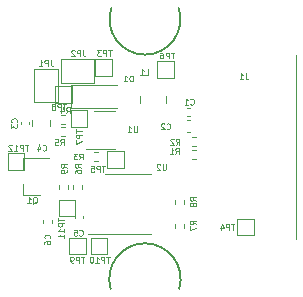
<source format=gbr>
%TF.GenerationSoftware,KiCad,Pcbnew,(5.1.10)-1*%
%TF.CreationDate,2021-05-31T11:52:34-04:00*%
%TF.ProjectId,Charger,43686172-6765-4722-9e6b-696361645f70,rev?*%
%TF.SameCoordinates,Original*%
%TF.FileFunction,Legend,Bot*%
%TF.FilePolarity,Positive*%
%FSLAX46Y46*%
G04 Gerber Fmt 4.6, Leading zero omitted, Abs format (unit mm)*
G04 Created by KiCad (PCBNEW (5.1.10)-1) date 2021-05-31 11:52:34*
%MOMM*%
%LPD*%
G01*
G04 APERTURE LIST*
%ADD10C,0.150000*%
%ADD11C,0.120000*%
%ADD12C,0.100000*%
G04 APERTURE END LIST*
D10*
X147095998Y-111836219D02*
G75*
G02*
X152899999Y-111849999I2904002J836219D01*
G01*
X152849500Y-88048502D02*
G75*
G02*
X147150001Y-88050001I-2849500J-951498D01*
G01*
D11*
%TO.C,TP7*%
X143700000Y-98100000D02*
X145100000Y-98100000D01*
X145100000Y-98100000D02*
X145100000Y-96700000D01*
X145100000Y-96700000D02*
X143700000Y-96700000D01*
X143700000Y-96700000D02*
X143700000Y-98100000D01*
%TO.C,J1*%
X162750000Y-92000000D02*
X162750000Y-107600000D01*
%TO.C,TP12*%
X138400000Y-101750000D02*
X139800000Y-101750000D01*
X139800000Y-101750000D02*
X139800000Y-100350000D01*
X139800000Y-100350000D02*
X138400000Y-100350000D01*
X138400000Y-100350000D02*
X138400000Y-101750000D01*
%TO.C,TP11*%
X142700000Y-105700000D02*
X144100000Y-105700000D01*
X144100000Y-105700000D02*
X144100000Y-104300000D01*
X144100000Y-104300000D02*
X142700000Y-104300000D01*
X142700000Y-104300000D02*
X142700000Y-105700000D01*
%TO.C,TP10*%
X145400000Y-108900000D02*
X146800000Y-108900000D01*
X146800000Y-108900000D02*
X146800000Y-107500000D01*
X146800000Y-107500000D02*
X145400000Y-107500000D01*
X145400000Y-107500000D02*
X145400000Y-108900000D01*
%TO.C,TP9*%
X143600000Y-108900000D02*
X145000000Y-108900000D01*
X145000000Y-108900000D02*
X145000000Y-107500000D01*
X145000000Y-107500000D02*
X143600000Y-107500000D01*
X143600000Y-107500000D02*
X143600000Y-108900000D01*
%TO.C,TP8*%
X142400000Y-96100000D02*
X143800000Y-96100000D01*
X143800000Y-96100000D02*
X143800000Y-94700000D01*
X143800000Y-94700000D02*
X142400000Y-94700000D01*
X142400000Y-94700000D02*
X142400000Y-96100000D01*
%TO.C,TP6*%
X151050000Y-93950000D02*
X152450000Y-93950000D01*
X152450000Y-93950000D02*
X152450000Y-92550000D01*
X152450000Y-92550000D02*
X151050000Y-92550000D01*
X151050000Y-92550000D02*
X151050000Y-93950000D01*
%TO.C,TP5*%
X146800000Y-101600000D02*
X148200000Y-101600000D01*
X148200000Y-101600000D02*
X148200000Y-100200000D01*
X148200000Y-100200000D02*
X146800000Y-100200000D01*
X146800000Y-100200000D02*
X146800000Y-101600000D01*
%TO.C,TP4*%
X157800000Y-107300000D02*
X159200000Y-107300000D01*
X159200000Y-107300000D02*
X159200000Y-105900000D01*
X159200000Y-105900000D02*
X157800000Y-105900000D01*
X157800000Y-105900000D02*
X157800000Y-107300000D01*
%TO.C,TP3*%
X145800000Y-93800000D02*
X147200000Y-93800000D01*
X147200000Y-93800000D02*
X147200000Y-92400000D01*
X147200000Y-92400000D02*
X145800000Y-92400000D01*
X145800000Y-92400000D02*
X145800000Y-93800000D01*
%TO.C,Q1*%
X139690000Y-103880000D02*
X139690000Y-102950000D01*
X139690000Y-100720000D02*
X139690000Y-101650000D01*
X139690000Y-100720000D02*
X141850000Y-100720000D01*
X139690000Y-103880000D02*
X141150000Y-103880000D01*
%TO.C,U1*%
X147500000Y-99960000D02*
X145050000Y-99960000D01*
X145700000Y-96740000D02*
X147500000Y-96740000D01*
%TO.C,U2*%
X148600000Y-102090000D02*
X150550000Y-102090000D01*
X148600000Y-102090000D02*
X146650000Y-102090000D01*
X148600000Y-107210000D02*
X150550000Y-107210000D01*
X148600000Y-107210000D02*
X145150000Y-107210000D01*
%TO.C,R9*%
X142720000Y-103046359D02*
X142720000Y-103353641D01*
X143480000Y-103046359D02*
X143480000Y-103353641D01*
%TO.C,R8*%
X152520000Y-104346359D02*
X152520000Y-104653641D01*
X153280000Y-104346359D02*
X153280000Y-104653641D01*
%TO.C,R7*%
X152520000Y-106346359D02*
X152520000Y-106653641D01*
X153280000Y-106346359D02*
X153280000Y-106653641D01*
%TO.C,R6*%
X144680000Y-103353641D02*
X144680000Y-103046359D01*
X143920000Y-103353641D02*
X143920000Y-103046359D01*
%TO.C,R5*%
X142896359Y-98930000D02*
X143203641Y-98930000D01*
X142896359Y-98170000D02*
X143203641Y-98170000D01*
%TO.C,R4*%
X143203641Y-97132436D02*
X142896359Y-97132436D01*
X143203641Y-97892436D02*
X142896359Y-97892436D01*
%TO.C,R3*%
X145696359Y-101030000D02*
X146003641Y-101030000D01*
X145696359Y-100270000D02*
X146003641Y-100270000D01*
%TO.C,R2*%
X153996359Y-99780000D02*
X154303641Y-99780000D01*
X153996359Y-99020000D02*
X154303641Y-99020000D01*
%TO.C,R1*%
X153996359Y-100830000D02*
X154303641Y-100830000D01*
X153996359Y-100070000D02*
X154303641Y-100070000D01*
%TO.C,L1*%
X151760000Y-96061252D02*
X151760000Y-95538748D01*
X149540000Y-96061252D02*
X149540000Y-95538748D01*
%TO.C,JP2*%
X145650000Y-94400000D02*
X145650000Y-92400000D01*
X142850000Y-94400000D02*
X145650000Y-94400000D01*
X142850000Y-92400000D02*
X142850000Y-94400000D01*
X145650000Y-92400000D02*
X142850000Y-92400000D01*
%TO.C,JP1*%
X140600000Y-96050000D02*
X142600000Y-96050000D01*
X140600000Y-93250000D02*
X140600000Y-96050000D01*
X142600000Y-93250000D02*
X140600000Y-93250000D01*
X142600000Y-96050000D02*
X142600000Y-93250000D01*
%TO.C,D1*%
X143700000Y-96550000D02*
X143700000Y-94550000D01*
X143700000Y-94550000D02*
X147600000Y-94550000D01*
X143700000Y-96550000D02*
X147600000Y-96550000D01*
%TO.C,C6*%
X142110000Y-106257836D02*
X142110000Y-106042164D01*
X141390000Y-106257836D02*
X141390000Y-106042164D01*
%TO.C,C5*%
X144040000Y-105642164D02*
X144040000Y-105857836D01*
X144760000Y-105642164D02*
X144760000Y-105857836D01*
%TO.C,C4*%
X140465000Y-97538748D02*
X140465000Y-98061252D01*
X141935000Y-97538748D02*
X141935000Y-98061252D01*
%TO.C,C3*%
X139490000Y-97692164D02*
X139490000Y-97907836D01*
X140210000Y-97692164D02*
X140210000Y-97907836D01*
%TO.C,C2*%
X153840580Y-97540000D02*
X153559420Y-97540000D01*
X153840580Y-98560000D02*
X153559420Y-98560000D01*
%TO.C,C1*%
X153807836Y-96490000D02*
X153592164Y-96490000D01*
X153807836Y-97210000D02*
X153592164Y-97210000D01*
%TO.C,TP7*%
D12*
X144176190Y-98319047D02*
X144176190Y-98604761D01*
X144676190Y-98461904D02*
X144176190Y-98461904D01*
X144676190Y-98771428D02*
X144176190Y-98771428D01*
X144176190Y-98961904D01*
X144200000Y-99009523D01*
X144223809Y-99033333D01*
X144271428Y-99057142D01*
X144342857Y-99057142D01*
X144390476Y-99033333D01*
X144414285Y-99009523D01*
X144438095Y-98961904D01*
X144438095Y-98771428D01*
X144176190Y-99223809D02*
X144176190Y-99557142D01*
X144676190Y-99342857D01*
%TO.C,J1*%
X158516666Y-93576190D02*
X158516666Y-93933333D01*
X158540476Y-94004761D01*
X158588095Y-94052380D01*
X158659523Y-94076190D01*
X158707142Y-94076190D01*
X158016666Y-94076190D02*
X158302380Y-94076190D01*
X158159523Y-94076190D02*
X158159523Y-93576190D01*
X158207142Y-93647619D01*
X158254761Y-93695238D01*
X158302380Y-93719047D01*
%TO.C,TP12*%
X140119047Y-99626190D02*
X139833333Y-99626190D01*
X139976190Y-100126190D02*
X139976190Y-99626190D01*
X139666666Y-100126190D02*
X139666666Y-99626190D01*
X139476190Y-99626190D01*
X139428571Y-99650000D01*
X139404761Y-99673809D01*
X139380952Y-99721428D01*
X139380952Y-99792857D01*
X139404761Y-99840476D01*
X139428571Y-99864285D01*
X139476190Y-99888095D01*
X139666666Y-99888095D01*
X138904761Y-100126190D02*
X139190476Y-100126190D01*
X139047619Y-100126190D02*
X139047619Y-99626190D01*
X139095238Y-99697619D01*
X139142857Y-99745238D01*
X139190476Y-99769047D01*
X138714285Y-99673809D02*
X138690476Y-99650000D01*
X138642857Y-99626190D01*
X138523809Y-99626190D01*
X138476190Y-99650000D01*
X138452380Y-99673809D01*
X138428571Y-99721428D01*
X138428571Y-99769047D01*
X138452380Y-99840476D01*
X138738095Y-100126190D01*
X138428571Y-100126190D01*
%TO.C,TP11*%
X142676190Y-105830952D02*
X142676190Y-106116666D01*
X143176190Y-105973809D02*
X142676190Y-105973809D01*
X143176190Y-106283333D02*
X142676190Y-106283333D01*
X142676190Y-106473809D01*
X142700000Y-106521428D01*
X142723809Y-106545238D01*
X142771428Y-106569047D01*
X142842857Y-106569047D01*
X142890476Y-106545238D01*
X142914285Y-106521428D01*
X142938095Y-106473809D01*
X142938095Y-106283333D01*
X143176190Y-107045238D02*
X143176190Y-106759523D01*
X143176190Y-106902380D02*
X142676190Y-106902380D01*
X142747619Y-106854761D01*
X142795238Y-106807142D01*
X142819047Y-106759523D01*
X143176190Y-107521428D02*
X143176190Y-107235714D01*
X143176190Y-107378571D02*
X142676190Y-107378571D01*
X142747619Y-107330952D01*
X142795238Y-107283333D01*
X142819047Y-107235714D01*
%TO.C,TP10*%
X147019047Y-109126190D02*
X146733333Y-109126190D01*
X146876190Y-109626190D02*
X146876190Y-109126190D01*
X146566666Y-109626190D02*
X146566666Y-109126190D01*
X146376190Y-109126190D01*
X146328571Y-109150000D01*
X146304761Y-109173809D01*
X146280952Y-109221428D01*
X146280952Y-109292857D01*
X146304761Y-109340476D01*
X146328571Y-109364285D01*
X146376190Y-109388095D01*
X146566666Y-109388095D01*
X145804761Y-109626190D02*
X146090476Y-109626190D01*
X145947619Y-109626190D02*
X145947619Y-109126190D01*
X145995238Y-109197619D01*
X146042857Y-109245238D01*
X146090476Y-109269047D01*
X145495238Y-109126190D02*
X145447619Y-109126190D01*
X145400000Y-109150000D01*
X145376190Y-109173809D01*
X145352380Y-109221428D01*
X145328571Y-109316666D01*
X145328571Y-109435714D01*
X145352380Y-109530952D01*
X145376190Y-109578571D01*
X145400000Y-109602380D01*
X145447619Y-109626190D01*
X145495238Y-109626190D01*
X145542857Y-109602380D01*
X145566666Y-109578571D01*
X145590476Y-109530952D01*
X145614285Y-109435714D01*
X145614285Y-109316666D01*
X145590476Y-109221428D01*
X145566666Y-109173809D01*
X145542857Y-109150000D01*
X145495238Y-109126190D01*
%TO.C,TP9*%
X144880952Y-109126190D02*
X144595238Y-109126190D01*
X144738095Y-109626190D02*
X144738095Y-109126190D01*
X144428571Y-109626190D02*
X144428571Y-109126190D01*
X144238095Y-109126190D01*
X144190476Y-109150000D01*
X144166666Y-109173809D01*
X144142857Y-109221428D01*
X144142857Y-109292857D01*
X144166666Y-109340476D01*
X144190476Y-109364285D01*
X144238095Y-109388095D01*
X144428571Y-109388095D01*
X143904761Y-109626190D02*
X143809523Y-109626190D01*
X143761904Y-109602380D01*
X143738095Y-109578571D01*
X143690476Y-109507142D01*
X143666666Y-109411904D01*
X143666666Y-109221428D01*
X143690476Y-109173809D01*
X143714285Y-109150000D01*
X143761904Y-109126190D01*
X143857142Y-109126190D01*
X143904761Y-109150000D01*
X143928571Y-109173809D01*
X143952380Y-109221428D01*
X143952380Y-109340476D01*
X143928571Y-109388095D01*
X143904761Y-109411904D01*
X143857142Y-109435714D01*
X143761904Y-109435714D01*
X143714285Y-109411904D01*
X143690476Y-109388095D01*
X143666666Y-109340476D01*
%TO.C,TP8*%
X143330952Y-96176190D02*
X143045238Y-96176190D01*
X143188095Y-96676190D02*
X143188095Y-96176190D01*
X142878571Y-96676190D02*
X142878571Y-96176190D01*
X142688095Y-96176190D01*
X142640476Y-96200000D01*
X142616666Y-96223809D01*
X142592857Y-96271428D01*
X142592857Y-96342857D01*
X142616666Y-96390476D01*
X142640476Y-96414285D01*
X142688095Y-96438095D01*
X142878571Y-96438095D01*
X142307142Y-96390476D02*
X142354761Y-96366666D01*
X142378571Y-96342857D01*
X142402380Y-96295238D01*
X142402380Y-96271428D01*
X142378571Y-96223809D01*
X142354761Y-96200000D01*
X142307142Y-96176190D01*
X142211904Y-96176190D01*
X142164285Y-96200000D01*
X142140476Y-96223809D01*
X142116666Y-96271428D01*
X142116666Y-96295238D01*
X142140476Y-96342857D01*
X142164285Y-96366666D01*
X142211904Y-96390476D01*
X142307142Y-96390476D01*
X142354761Y-96414285D01*
X142378571Y-96438095D01*
X142402380Y-96485714D01*
X142402380Y-96580952D01*
X142378571Y-96628571D01*
X142354761Y-96652380D01*
X142307142Y-96676190D01*
X142211904Y-96676190D01*
X142164285Y-96652380D01*
X142140476Y-96628571D01*
X142116666Y-96580952D01*
X142116666Y-96485714D01*
X142140476Y-96438095D01*
X142164285Y-96414285D01*
X142211904Y-96390476D01*
%TO.C,TP6*%
X152480952Y-91826190D02*
X152195238Y-91826190D01*
X152338095Y-92326190D02*
X152338095Y-91826190D01*
X152028571Y-92326190D02*
X152028571Y-91826190D01*
X151838095Y-91826190D01*
X151790476Y-91850000D01*
X151766666Y-91873809D01*
X151742857Y-91921428D01*
X151742857Y-91992857D01*
X151766666Y-92040476D01*
X151790476Y-92064285D01*
X151838095Y-92088095D01*
X152028571Y-92088095D01*
X151314285Y-91826190D02*
X151409523Y-91826190D01*
X151457142Y-91850000D01*
X151480952Y-91873809D01*
X151528571Y-91945238D01*
X151552380Y-92040476D01*
X151552380Y-92230952D01*
X151528571Y-92278571D01*
X151504761Y-92302380D01*
X151457142Y-92326190D01*
X151361904Y-92326190D01*
X151314285Y-92302380D01*
X151290476Y-92278571D01*
X151266666Y-92230952D01*
X151266666Y-92111904D01*
X151290476Y-92064285D01*
X151314285Y-92040476D01*
X151361904Y-92016666D01*
X151457142Y-92016666D01*
X151504761Y-92040476D01*
X151528571Y-92064285D01*
X151552380Y-92111904D01*
%TO.C,TP5*%
X146630952Y-101426190D02*
X146345238Y-101426190D01*
X146488095Y-101926190D02*
X146488095Y-101426190D01*
X146178571Y-101926190D02*
X146178571Y-101426190D01*
X145988095Y-101426190D01*
X145940476Y-101450000D01*
X145916666Y-101473809D01*
X145892857Y-101521428D01*
X145892857Y-101592857D01*
X145916666Y-101640476D01*
X145940476Y-101664285D01*
X145988095Y-101688095D01*
X146178571Y-101688095D01*
X145440476Y-101426190D02*
X145678571Y-101426190D01*
X145702380Y-101664285D01*
X145678571Y-101640476D01*
X145630952Y-101616666D01*
X145511904Y-101616666D01*
X145464285Y-101640476D01*
X145440476Y-101664285D01*
X145416666Y-101711904D01*
X145416666Y-101830952D01*
X145440476Y-101878571D01*
X145464285Y-101902380D01*
X145511904Y-101926190D01*
X145630952Y-101926190D01*
X145678571Y-101902380D01*
X145702380Y-101878571D01*
%TO.C,TP4*%
X157580952Y-106326190D02*
X157295238Y-106326190D01*
X157438095Y-106826190D02*
X157438095Y-106326190D01*
X157128571Y-106826190D02*
X157128571Y-106326190D01*
X156938095Y-106326190D01*
X156890476Y-106350000D01*
X156866666Y-106373809D01*
X156842857Y-106421428D01*
X156842857Y-106492857D01*
X156866666Y-106540476D01*
X156890476Y-106564285D01*
X156938095Y-106588095D01*
X157128571Y-106588095D01*
X156414285Y-106492857D02*
X156414285Y-106826190D01*
X156533333Y-106302380D02*
X156652380Y-106659523D01*
X156342857Y-106659523D01*
%TO.C,TP3*%
X147180952Y-91626190D02*
X146895238Y-91626190D01*
X147038095Y-92126190D02*
X147038095Y-91626190D01*
X146728571Y-92126190D02*
X146728571Y-91626190D01*
X146538095Y-91626190D01*
X146490476Y-91650000D01*
X146466666Y-91673809D01*
X146442857Y-91721428D01*
X146442857Y-91792857D01*
X146466666Y-91840476D01*
X146490476Y-91864285D01*
X146538095Y-91888095D01*
X146728571Y-91888095D01*
X146276190Y-91626190D02*
X145966666Y-91626190D01*
X146133333Y-91816666D01*
X146061904Y-91816666D01*
X146014285Y-91840476D01*
X145990476Y-91864285D01*
X145966666Y-91911904D01*
X145966666Y-92030952D01*
X145990476Y-92078571D01*
X146014285Y-92102380D01*
X146061904Y-92126190D01*
X146204761Y-92126190D01*
X146252380Y-92102380D01*
X146276190Y-92078571D01*
%TO.C,Q1*%
X140497619Y-104623809D02*
X140545238Y-104600000D01*
X140592857Y-104552380D01*
X140664285Y-104480952D01*
X140711904Y-104457142D01*
X140759523Y-104457142D01*
X140735714Y-104576190D02*
X140783333Y-104552380D01*
X140830952Y-104504761D01*
X140854761Y-104409523D01*
X140854761Y-104242857D01*
X140830952Y-104147619D01*
X140783333Y-104100000D01*
X140735714Y-104076190D01*
X140640476Y-104076190D01*
X140592857Y-104100000D01*
X140545238Y-104147619D01*
X140521428Y-104242857D01*
X140521428Y-104409523D01*
X140545238Y-104504761D01*
X140592857Y-104552380D01*
X140640476Y-104576190D01*
X140735714Y-104576190D01*
X140045238Y-104576190D02*
X140330952Y-104576190D01*
X140188095Y-104576190D02*
X140188095Y-104076190D01*
X140235714Y-104147619D01*
X140283333Y-104195238D01*
X140330952Y-104219047D01*
%TO.C,U1*%
X149330952Y-98076190D02*
X149330952Y-98480952D01*
X149307142Y-98528571D01*
X149283333Y-98552380D01*
X149235714Y-98576190D01*
X149140476Y-98576190D01*
X149092857Y-98552380D01*
X149069047Y-98528571D01*
X149045238Y-98480952D01*
X149045238Y-98076190D01*
X148545238Y-98576190D02*
X148830952Y-98576190D01*
X148688095Y-98576190D02*
X148688095Y-98076190D01*
X148735714Y-98147619D01*
X148783333Y-98195238D01*
X148830952Y-98219047D01*
%TO.C,U2*%
X151780952Y-101276190D02*
X151780952Y-101680952D01*
X151757142Y-101728571D01*
X151733333Y-101752380D01*
X151685714Y-101776190D01*
X151590476Y-101776190D01*
X151542857Y-101752380D01*
X151519047Y-101728571D01*
X151495238Y-101680952D01*
X151495238Y-101276190D01*
X151280952Y-101323809D02*
X151257142Y-101300000D01*
X151209523Y-101276190D01*
X151090476Y-101276190D01*
X151042857Y-101300000D01*
X151019047Y-101323809D01*
X150995238Y-101371428D01*
X150995238Y-101419047D01*
X151019047Y-101490476D01*
X151304761Y-101776190D01*
X150995238Y-101776190D01*
%TO.C,R9*%
X143376190Y-101566666D02*
X143138095Y-101400000D01*
X143376190Y-101280952D02*
X142876190Y-101280952D01*
X142876190Y-101471428D01*
X142900000Y-101519047D01*
X142923809Y-101542857D01*
X142971428Y-101566666D01*
X143042857Y-101566666D01*
X143090476Y-101542857D01*
X143114285Y-101519047D01*
X143138095Y-101471428D01*
X143138095Y-101280952D01*
X143376190Y-101804761D02*
X143376190Y-101900000D01*
X143352380Y-101947619D01*
X143328571Y-101971428D01*
X143257142Y-102019047D01*
X143161904Y-102042857D01*
X142971428Y-102042857D01*
X142923809Y-102019047D01*
X142900000Y-101995238D01*
X142876190Y-101947619D01*
X142876190Y-101852380D01*
X142900000Y-101804761D01*
X142923809Y-101780952D01*
X142971428Y-101757142D01*
X143090476Y-101757142D01*
X143138095Y-101780952D01*
X143161904Y-101804761D01*
X143185714Y-101852380D01*
X143185714Y-101947619D01*
X143161904Y-101995238D01*
X143138095Y-102019047D01*
X143090476Y-102042857D01*
%TO.C,R8*%
X154326190Y-104366666D02*
X154088095Y-104200000D01*
X154326190Y-104080952D02*
X153826190Y-104080952D01*
X153826190Y-104271428D01*
X153850000Y-104319047D01*
X153873809Y-104342857D01*
X153921428Y-104366666D01*
X153992857Y-104366666D01*
X154040476Y-104342857D01*
X154064285Y-104319047D01*
X154088095Y-104271428D01*
X154088095Y-104080952D01*
X154040476Y-104652380D02*
X154016666Y-104604761D01*
X153992857Y-104580952D01*
X153945238Y-104557142D01*
X153921428Y-104557142D01*
X153873809Y-104580952D01*
X153850000Y-104604761D01*
X153826190Y-104652380D01*
X153826190Y-104747619D01*
X153850000Y-104795238D01*
X153873809Y-104819047D01*
X153921428Y-104842857D01*
X153945238Y-104842857D01*
X153992857Y-104819047D01*
X154016666Y-104795238D01*
X154040476Y-104747619D01*
X154040476Y-104652380D01*
X154064285Y-104604761D01*
X154088095Y-104580952D01*
X154135714Y-104557142D01*
X154230952Y-104557142D01*
X154278571Y-104580952D01*
X154302380Y-104604761D01*
X154326190Y-104652380D01*
X154326190Y-104747619D01*
X154302380Y-104795238D01*
X154278571Y-104819047D01*
X154230952Y-104842857D01*
X154135714Y-104842857D01*
X154088095Y-104819047D01*
X154064285Y-104795238D01*
X154040476Y-104747619D01*
%TO.C,R7*%
X154326190Y-106366666D02*
X154088095Y-106200000D01*
X154326190Y-106080952D02*
X153826190Y-106080952D01*
X153826190Y-106271428D01*
X153850000Y-106319047D01*
X153873809Y-106342857D01*
X153921428Y-106366666D01*
X153992857Y-106366666D01*
X154040476Y-106342857D01*
X154064285Y-106319047D01*
X154088095Y-106271428D01*
X154088095Y-106080952D01*
X153826190Y-106533333D02*
X153826190Y-106866666D01*
X154326190Y-106652380D01*
%TO.C,R6*%
X144576190Y-101566666D02*
X144338095Y-101400000D01*
X144576190Y-101280952D02*
X144076190Y-101280952D01*
X144076190Y-101471428D01*
X144100000Y-101519047D01*
X144123809Y-101542857D01*
X144171428Y-101566666D01*
X144242857Y-101566666D01*
X144290476Y-101542857D01*
X144314285Y-101519047D01*
X144338095Y-101471428D01*
X144338095Y-101280952D01*
X144076190Y-101995238D02*
X144076190Y-101900000D01*
X144100000Y-101852380D01*
X144123809Y-101828571D01*
X144195238Y-101780952D01*
X144290476Y-101757142D01*
X144480952Y-101757142D01*
X144528571Y-101780952D01*
X144552380Y-101804761D01*
X144576190Y-101852380D01*
X144576190Y-101947619D01*
X144552380Y-101995238D01*
X144528571Y-102019047D01*
X144480952Y-102042857D01*
X144361904Y-102042857D01*
X144314285Y-102019047D01*
X144290476Y-101995238D01*
X144266666Y-101947619D01*
X144266666Y-101852380D01*
X144290476Y-101804761D01*
X144314285Y-101780952D01*
X144361904Y-101757142D01*
%TO.C,R5*%
X142833333Y-99676190D02*
X143000000Y-99438095D01*
X143119047Y-99676190D02*
X143119047Y-99176190D01*
X142928571Y-99176190D01*
X142880952Y-99200000D01*
X142857142Y-99223809D01*
X142833333Y-99271428D01*
X142833333Y-99342857D01*
X142857142Y-99390476D01*
X142880952Y-99414285D01*
X142928571Y-99438095D01*
X143119047Y-99438095D01*
X142380952Y-99176190D02*
X142619047Y-99176190D01*
X142642857Y-99414285D01*
X142619047Y-99390476D01*
X142571428Y-99366666D01*
X142452380Y-99366666D01*
X142404761Y-99390476D01*
X142380952Y-99414285D01*
X142357142Y-99461904D01*
X142357142Y-99580952D01*
X142380952Y-99628571D01*
X142404761Y-99652380D01*
X142452380Y-99676190D01*
X142571428Y-99676190D01*
X142619047Y-99652380D01*
X142642857Y-99628571D01*
%TO.C,R4*%
X143333333Y-96976190D02*
X143500000Y-96738095D01*
X143619047Y-96976190D02*
X143619047Y-96476190D01*
X143428571Y-96476190D01*
X143380952Y-96500000D01*
X143357142Y-96523809D01*
X143333333Y-96571428D01*
X143333333Y-96642857D01*
X143357142Y-96690476D01*
X143380952Y-96714285D01*
X143428571Y-96738095D01*
X143619047Y-96738095D01*
X142904761Y-96642857D02*
X142904761Y-96976190D01*
X143023809Y-96452380D02*
X143142857Y-96809523D01*
X142833333Y-96809523D01*
%TO.C,R3*%
X144433333Y-100876190D02*
X144600000Y-100638095D01*
X144719047Y-100876190D02*
X144719047Y-100376190D01*
X144528571Y-100376190D01*
X144480952Y-100400000D01*
X144457142Y-100423809D01*
X144433333Y-100471428D01*
X144433333Y-100542857D01*
X144457142Y-100590476D01*
X144480952Y-100614285D01*
X144528571Y-100638095D01*
X144719047Y-100638095D01*
X144266666Y-100376190D02*
X143957142Y-100376190D01*
X144123809Y-100566666D01*
X144052380Y-100566666D01*
X144004761Y-100590476D01*
X143980952Y-100614285D01*
X143957142Y-100661904D01*
X143957142Y-100780952D01*
X143980952Y-100828571D01*
X144004761Y-100852380D01*
X144052380Y-100876190D01*
X144195238Y-100876190D01*
X144242857Y-100852380D01*
X144266666Y-100828571D01*
%TO.C,R2*%
X152633333Y-99626190D02*
X152800000Y-99388095D01*
X152919047Y-99626190D02*
X152919047Y-99126190D01*
X152728571Y-99126190D01*
X152680952Y-99150000D01*
X152657142Y-99173809D01*
X152633333Y-99221428D01*
X152633333Y-99292857D01*
X152657142Y-99340476D01*
X152680952Y-99364285D01*
X152728571Y-99388095D01*
X152919047Y-99388095D01*
X152442857Y-99173809D02*
X152419047Y-99150000D01*
X152371428Y-99126190D01*
X152252380Y-99126190D01*
X152204761Y-99150000D01*
X152180952Y-99173809D01*
X152157142Y-99221428D01*
X152157142Y-99269047D01*
X152180952Y-99340476D01*
X152466666Y-99626190D01*
X152157142Y-99626190D01*
%TO.C,R1*%
X152583333Y-100426190D02*
X152750000Y-100188095D01*
X152869047Y-100426190D02*
X152869047Y-99926190D01*
X152678571Y-99926190D01*
X152630952Y-99950000D01*
X152607142Y-99973809D01*
X152583333Y-100021428D01*
X152583333Y-100092857D01*
X152607142Y-100140476D01*
X152630952Y-100164285D01*
X152678571Y-100188095D01*
X152869047Y-100188095D01*
X152107142Y-100426190D02*
X152392857Y-100426190D01*
X152250000Y-100426190D02*
X152250000Y-99926190D01*
X152297619Y-99997619D01*
X152345238Y-100045238D01*
X152392857Y-100069047D01*
%TO.C,L1*%
X150033333Y-93726190D02*
X150271428Y-93726190D01*
X150271428Y-93226190D01*
X149604761Y-93726190D02*
X149890476Y-93726190D01*
X149747619Y-93726190D02*
X149747619Y-93226190D01*
X149795238Y-93297619D01*
X149842857Y-93345238D01*
X149890476Y-93369047D01*
%TO.C,JP2*%
X144766666Y-91626190D02*
X144766666Y-91983333D01*
X144790476Y-92054761D01*
X144838095Y-92102380D01*
X144909523Y-92126190D01*
X144957142Y-92126190D01*
X144528571Y-92126190D02*
X144528571Y-91626190D01*
X144338095Y-91626190D01*
X144290476Y-91650000D01*
X144266666Y-91673809D01*
X144242857Y-91721428D01*
X144242857Y-91792857D01*
X144266666Y-91840476D01*
X144290476Y-91864285D01*
X144338095Y-91888095D01*
X144528571Y-91888095D01*
X144052380Y-91673809D02*
X144028571Y-91650000D01*
X143980952Y-91626190D01*
X143861904Y-91626190D01*
X143814285Y-91650000D01*
X143790476Y-91673809D01*
X143766666Y-91721428D01*
X143766666Y-91769047D01*
X143790476Y-91840476D01*
X144076190Y-92126190D01*
X143766666Y-92126190D01*
%TO.C,JP1*%
X142016666Y-92476190D02*
X142016666Y-92833333D01*
X142040476Y-92904761D01*
X142088095Y-92952380D01*
X142159523Y-92976190D01*
X142207142Y-92976190D01*
X141778571Y-92976190D02*
X141778571Y-92476190D01*
X141588095Y-92476190D01*
X141540476Y-92500000D01*
X141516666Y-92523809D01*
X141492857Y-92571428D01*
X141492857Y-92642857D01*
X141516666Y-92690476D01*
X141540476Y-92714285D01*
X141588095Y-92738095D01*
X141778571Y-92738095D01*
X141016666Y-92976190D02*
X141302380Y-92976190D01*
X141159523Y-92976190D02*
X141159523Y-92476190D01*
X141207142Y-92547619D01*
X141254761Y-92595238D01*
X141302380Y-92619047D01*
%TO.C,D1*%
X148969047Y-94276190D02*
X148969047Y-93776190D01*
X148850000Y-93776190D01*
X148778571Y-93800000D01*
X148730952Y-93847619D01*
X148707142Y-93895238D01*
X148683333Y-93990476D01*
X148683333Y-94061904D01*
X148707142Y-94157142D01*
X148730952Y-94204761D01*
X148778571Y-94252380D01*
X148850000Y-94276190D01*
X148969047Y-94276190D01*
X148207142Y-94276190D02*
X148492857Y-94276190D01*
X148350000Y-94276190D02*
X148350000Y-93776190D01*
X148397619Y-93847619D01*
X148445238Y-93895238D01*
X148492857Y-93919047D01*
%TO.C,C6*%
X141928571Y-107566666D02*
X141952380Y-107542857D01*
X141976190Y-107471428D01*
X141976190Y-107423809D01*
X141952380Y-107352380D01*
X141904761Y-107304761D01*
X141857142Y-107280952D01*
X141761904Y-107257142D01*
X141690476Y-107257142D01*
X141595238Y-107280952D01*
X141547619Y-107304761D01*
X141500000Y-107352380D01*
X141476190Y-107423809D01*
X141476190Y-107471428D01*
X141500000Y-107542857D01*
X141523809Y-107566666D01*
X141476190Y-107995238D02*
X141476190Y-107900000D01*
X141500000Y-107852380D01*
X141523809Y-107828571D01*
X141595238Y-107780952D01*
X141690476Y-107757142D01*
X141880952Y-107757142D01*
X141928571Y-107780952D01*
X141952380Y-107804761D01*
X141976190Y-107852380D01*
X141976190Y-107947619D01*
X141952380Y-107995238D01*
X141928571Y-108019047D01*
X141880952Y-108042857D01*
X141761904Y-108042857D01*
X141714285Y-108019047D01*
X141690476Y-107995238D01*
X141666666Y-107947619D01*
X141666666Y-107852380D01*
X141690476Y-107804761D01*
X141714285Y-107780952D01*
X141761904Y-107757142D01*
%TO.C,C5*%
X144433333Y-107278571D02*
X144457142Y-107302380D01*
X144528571Y-107326190D01*
X144576190Y-107326190D01*
X144647619Y-107302380D01*
X144695238Y-107254761D01*
X144719047Y-107207142D01*
X144742857Y-107111904D01*
X144742857Y-107040476D01*
X144719047Y-106945238D01*
X144695238Y-106897619D01*
X144647619Y-106850000D01*
X144576190Y-106826190D01*
X144528571Y-106826190D01*
X144457142Y-106850000D01*
X144433333Y-106873809D01*
X143980952Y-106826190D02*
X144219047Y-106826190D01*
X144242857Y-107064285D01*
X144219047Y-107040476D01*
X144171428Y-107016666D01*
X144052380Y-107016666D01*
X144004761Y-107040476D01*
X143980952Y-107064285D01*
X143957142Y-107111904D01*
X143957142Y-107230952D01*
X143980952Y-107278571D01*
X144004761Y-107302380D01*
X144052380Y-107326190D01*
X144171428Y-107326190D01*
X144219047Y-107302380D01*
X144242857Y-107278571D01*
%TO.C,C4*%
X141333333Y-100078571D02*
X141357142Y-100102380D01*
X141428571Y-100126190D01*
X141476190Y-100126190D01*
X141547619Y-100102380D01*
X141595238Y-100054761D01*
X141619047Y-100007142D01*
X141642857Y-99911904D01*
X141642857Y-99840476D01*
X141619047Y-99745238D01*
X141595238Y-99697619D01*
X141547619Y-99650000D01*
X141476190Y-99626190D01*
X141428571Y-99626190D01*
X141357142Y-99650000D01*
X141333333Y-99673809D01*
X140904761Y-99792857D02*
X140904761Y-100126190D01*
X141023809Y-99602380D02*
X141142857Y-99959523D01*
X140833333Y-99959523D01*
%TO.C,C3*%
X139128571Y-97716666D02*
X139152380Y-97692857D01*
X139176190Y-97621428D01*
X139176190Y-97573809D01*
X139152380Y-97502380D01*
X139104761Y-97454761D01*
X139057142Y-97430952D01*
X138961904Y-97407142D01*
X138890476Y-97407142D01*
X138795238Y-97430952D01*
X138747619Y-97454761D01*
X138700000Y-97502380D01*
X138676190Y-97573809D01*
X138676190Y-97621428D01*
X138700000Y-97692857D01*
X138723809Y-97716666D01*
X138676190Y-97883333D02*
X138676190Y-98192857D01*
X138866666Y-98026190D01*
X138866666Y-98097619D01*
X138890476Y-98145238D01*
X138914285Y-98169047D01*
X138961904Y-98192857D01*
X139080952Y-98192857D01*
X139128571Y-98169047D01*
X139152380Y-98145238D01*
X139176190Y-98097619D01*
X139176190Y-97954761D01*
X139152380Y-97907142D01*
X139128571Y-97883333D01*
%TO.C,C2*%
X151833333Y-98278571D02*
X151857142Y-98302380D01*
X151928571Y-98326190D01*
X151976190Y-98326190D01*
X152047619Y-98302380D01*
X152095238Y-98254761D01*
X152119047Y-98207142D01*
X152142857Y-98111904D01*
X152142857Y-98040476D01*
X152119047Y-97945238D01*
X152095238Y-97897619D01*
X152047619Y-97850000D01*
X151976190Y-97826190D01*
X151928571Y-97826190D01*
X151857142Y-97850000D01*
X151833333Y-97873809D01*
X151642857Y-97873809D02*
X151619047Y-97850000D01*
X151571428Y-97826190D01*
X151452380Y-97826190D01*
X151404761Y-97850000D01*
X151380952Y-97873809D01*
X151357142Y-97921428D01*
X151357142Y-97969047D01*
X151380952Y-98040476D01*
X151666666Y-98326190D01*
X151357142Y-98326190D01*
%TO.C,C1*%
X153833333Y-96178571D02*
X153857142Y-96202380D01*
X153928571Y-96226190D01*
X153976190Y-96226190D01*
X154047619Y-96202380D01*
X154095238Y-96154761D01*
X154119047Y-96107142D01*
X154142857Y-96011904D01*
X154142857Y-95940476D01*
X154119047Y-95845238D01*
X154095238Y-95797619D01*
X154047619Y-95750000D01*
X153976190Y-95726190D01*
X153928571Y-95726190D01*
X153857142Y-95750000D01*
X153833333Y-95773809D01*
X153357142Y-96226190D02*
X153642857Y-96226190D01*
X153500000Y-96226190D02*
X153500000Y-95726190D01*
X153547619Y-95797619D01*
X153595238Y-95845238D01*
X153642857Y-95869047D01*
%TD*%
M02*

</source>
